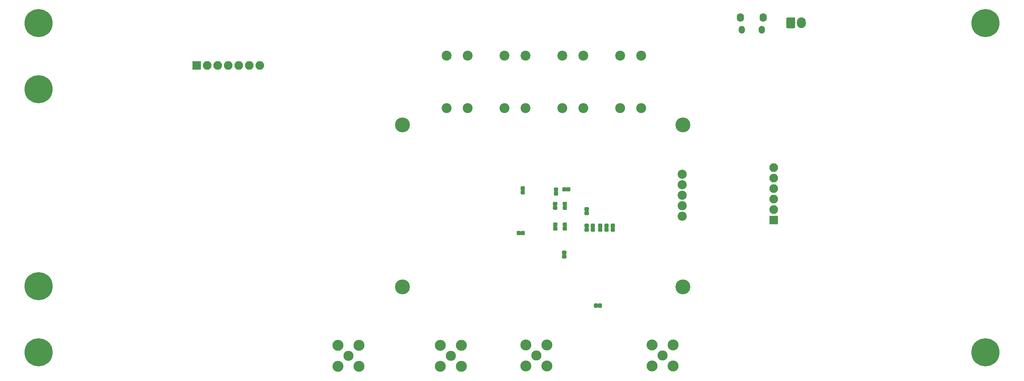
<source format=gbr>
G04 #@! TF.GenerationSoftware,KiCad,Pcbnew,(5.1.2-1)-1*
G04 #@! TF.CreationDate,2019-07-19T21:50:30+01:00*
G04 #@! TF.ProjectId,ControlModule,436f6e74-726f-46c4-9d6f-64756c652e6b,C*
G04 #@! TF.SameCoordinates,Original*
G04 #@! TF.FileFunction,Soldermask,Top*
G04 #@! TF.FilePolarity,Negative*
%FSLAX46Y46*%
G04 Gerber Fmt 4.6, Leading zero omitted, Abs format (unit mm)*
G04 Created by KiCad (PCBNEW (5.1.2-1)-1) date 2019-07-19 21:50:30*
%MOMM*%
%LPD*%
G04 APERTURE LIST*
%ADD10C,0.100000*%
%ADD11C,0.990000*%
%ADD12O,2.140000X2.600000*%
%ADD13C,2.140000*%
%ADD14O,2.100000X2.100000*%
%ADD15R,2.100000X2.100000*%
%ADD16O,1.750000X2.100000*%
%ADD17O,1.500000X1.900000*%
%ADD18C,3.600000*%
%ADD19C,2.200000*%
%ADD20C,6.800000*%
%ADD21C,2.450000*%
%ADD22C,2.650000*%
%ADD23C,2.400000*%
G04 APERTURE END LIST*
D10*
G36*
X174515359Y-98284392D02*
G01*
X174539385Y-98287956D01*
X174562945Y-98293857D01*
X174585814Y-98302040D01*
X174607771Y-98312424D01*
X174628604Y-98324911D01*
X174648112Y-98339380D01*
X174666109Y-98355691D01*
X174682420Y-98373688D01*
X174696889Y-98393196D01*
X174709376Y-98414029D01*
X174719760Y-98435986D01*
X174727943Y-98458855D01*
X174733844Y-98482415D01*
X174737408Y-98506441D01*
X174738600Y-98530700D01*
X174738600Y-99025700D01*
X174737408Y-99049959D01*
X174733844Y-99073985D01*
X174727943Y-99097545D01*
X174719760Y-99120414D01*
X174709376Y-99142371D01*
X174696889Y-99163204D01*
X174682420Y-99182712D01*
X174666109Y-99200709D01*
X174648112Y-99217020D01*
X174628604Y-99231489D01*
X174607771Y-99243976D01*
X174585814Y-99254360D01*
X174562945Y-99262543D01*
X174539385Y-99268444D01*
X174515359Y-99272008D01*
X174491100Y-99273200D01*
X173946100Y-99273200D01*
X173921841Y-99272008D01*
X173897815Y-99268444D01*
X173874255Y-99262543D01*
X173851386Y-99254360D01*
X173829429Y-99243976D01*
X173808596Y-99231489D01*
X173789088Y-99217020D01*
X173771091Y-99200709D01*
X173754780Y-99182712D01*
X173740311Y-99163204D01*
X173727824Y-99142371D01*
X173717440Y-99120414D01*
X173709257Y-99097545D01*
X173703356Y-99073985D01*
X173699792Y-99049959D01*
X173698600Y-99025700D01*
X173698600Y-98530700D01*
X173699792Y-98506441D01*
X173703356Y-98482415D01*
X173709257Y-98458855D01*
X173717440Y-98435986D01*
X173727824Y-98414029D01*
X173740311Y-98393196D01*
X173754780Y-98373688D01*
X173771091Y-98355691D01*
X173789088Y-98339380D01*
X173808596Y-98324911D01*
X173829429Y-98312424D01*
X173851386Y-98302040D01*
X173874255Y-98293857D01*
X173897815Y-98287956D01*
X173921841Y-98284392D01*
X173946100Y-98283200D01*
X174491100Y-98283200D01*
X174515359Y-98284392D01*
X174515359Y-98284392D01*
G37*
D11*
X174218600Y-98778200D03*
D10*
G36*
X174515359Y-99254392D02*
G01*
X174539385Y-99257956D01*
X174562945Y-99263857D01*
X174585814Y-99272040D01*
X174607771Y-99282424D01*
X174628604Y-99294911D01*
X174648112Y-99309380D01*
X174666109Y-99325691D01*
X174682420Y-99343688D01*
X174696889Y-99363196D01*
X174709376Y-99384029D01*
X174719760Y-99405986D01*
X174727943Y-99428855D01*
X174733844Y-99452415D01*
X174737408Y-99476441D01*
X174738600Y-99500700D01*
X174738600Y-99995700D01*
X174737408Y-100019959D01*
X174733844Y-100043985D01*
X174727943Y-100067545D01*
X174719760Y-100090414D01*
X174709376Y-100112371D01*
X174696889Y-100133204D01*
X174682420Y-100152712D01*
X174666109Y-100170709D01*
X174648112Y-100187020D01*
X174628604Y-100201489D01*
X174607771Y-100213976D01*
X174585814Y-100224360D01*
X174562945Y-100232543D01*
X174539385Y-100238444D01*
X174515359Y-100242008D01*
X174491100Y-100243200D01*
X173946100Y-100243200D01*
X173921841Y-100242008D01*
X173897815Y-100238444D01*
X173874255Y-100232543D01*
X173851386Y-100224360D01*
X173829429Y-100213976D01*
X173808596Y-100201489D01*
X173789088Y-100187020D01*
X173771091Y-100170709D01*
X173754780Y-100152712D01*
X173740311Y-100133204D01*
X173727824Y-100112371D01*
X173717440Y-100090414D01*
X173709257Y-100067545D01*
X173703356Y-100043985D01*
X173699792Y-100019959D01*
X173698600Y-99995700D01*
X173698600Y-99500700D01*
X173699792Y-99476441D01*
X173703356Y-99452415D01*
X173709257Y-99428855D01*
X173717440Y-99405986D01*
X173727824Y-99384029D01*
X173740311Y-99363196D01*
X173754780Y-99343688D01*
X173771091Y-99325691D01*
X173789088Y-99309380D01*
X173808596Y-99294911D01*
X173829429Y-99282424D01*
X173851386Y-99272040D01*
X173874255Y-99263857D01*
X173897815Y-99257956D01*
X173921841Y-99254392D01*
X173946100Y-99253200D01*
X174491100Y-99253200D01*
X174515359Y-99254392D01*
X174515359Y-99254392D01*
G37*
D11*
X174218600Y-99748200D03*
D10*
G36*
X171467359Y-98284392D02*
G01*
X171491385Y-98287956D01*
X171514945Y-98293857D01*
X171537814Y-98302040D01*
X171559771Y-98312424D01*
X171580604Y-98324911D01*
X171600112Y-98339380D01*
X171618109Y-98355691D01*
X171634420Y-98373688D01*
X171648889Y-98393196D01*
X171661376Y-98414029D01*
X171671760Y-98435986D01*
X171679943Y-98458855D01*
X171685844Y-98482415D01*
X171689408Y-98506441D01*
X171690600Y-98530700D01*
X171690600Y-99025700D01*
X171689408Y-99049959D01*
X171685844Y-99073985D01*
X171679943Y-99097545D01*
X171671760Y-99120414D01*
X171661376Y-99142371D01*
X171648889Y-99163204D01*
X171634420Y-99182712D01*
X171618109Y-99200709D01*
X171600112Y-99217020D01*
X171580604Y-99231489D01*
X171559771Y-99243976D01*
X171537814Y-99254360D01*
X171514945Y-99262543D01*
X171491385Y-99268444D01*
X171467359Y-99272008D01*
X171443100Y-99273200D01*
X170898100Y-99273200D01*
X170873841Y-99272008D01*
X170849815Y-99268444D01*
X170826255Y-99262543D01*
X170803386Y-99254360D01*
X170781429Y-99243976D01*
X170760596Y-99231489D01*
X170741088Y-99217020D01*
X170723091Y-99200709D01*
X170706780Y-99182712D01*
X170692311Y-99163204D01*
X170679824Y-99142371D01*
X170669440Y-99120414D01*
X170661257Y-99097545D01*
X170655356Y-99073985D01*
X170651792Y-99049959D01*
X170650600Y-99025700D01*
X170650600Y-98530700D01*
X170651792Y-98506441D01*
X170655356Y-98482415D01*
X170661257Y-98458855D01*
X170669440Y-98435986D01*
X170679824Y-98414029D01*
X170692311Y-98393196D01*
X170706780Y-98373688D01*
X170723091Y-98355691D01*
X170741088Y-98339380D01*
X170760596Y-98324911D01*
X170781429Y-98312424D01*
X170803386Y-98302040D01*
X170826255Y-98293857D01*
X170849815Y-98287956D01*
X170873841Y-98284392D01*
X170898100Y-98283200D01*
X171443100Y-98283200D01*
X171467359Y-98284392D01*
X171467359Y-98284392D01*
G37*
D11*
X171170600Y-98778200D03*
D10*
G36*
X171467359Y-99254392D02*
G01*
X171491385Y-99257956D01*
X171514945Y-99263857D01*
X171537814Y-99272040D01*
X171559771Y-99282424D01*
X171580604Y-99294911D01*
X171600112Y-99309380D01*
X171618109Y-99325691D01*
X171634420Y-99343688D01*
X171648889Y-99363196D01*
X171661376Y-99384029D01*
X171671760Y-99405986D01*
X171679943Y-99428855D01*
X171685844Y-99452415D01*
X171689408Y-99476441D01*
X171690600Y-99500700D01*
X171690600Y-99995700D01*
X171689408Y-100019959D01*
X171685844Y-100043985D01*
X171679943Y-100067545D01*
X171671760Y-100090414D01*
X171661376Y-100112371D01*
X171648889Y-100133204D01*
X171634420Y-100152712D01*
X171618109Y-100170709D01*
X171600112Y-100187020D01*
X171580604Y-100201489D01*
X171559771Y-100213976D01*
X171537814Y-100224360D01*
X171514945Y-100232543D01*
X171491385Y-100238444D01*
X171467359Y-100242008D01*
X171443100Y-100243200D01*
X170898100Y-100243200D01*
X170873841Y-100242008D01*
X170849815Y-100238444D01*
X170826255Y-100232543D01*
X170803386Y-100224360D01*
X170781429Y-100213976D01*
X170760596Y-100201489D01*
X170741088Y-100187020D01*
X170723091Y-100170709D01*
X170706780Y-100152712D01*
X170692311Y-100133204D01*
X170679824Y-100112371D01*
X170669440Y-100090414D01*
X170661257Y-100067545D01*
X170655356Y-100043985D01*
X170651792Y-100019959D01*
X170650600Y-99995700D01*
X170650600Y-99500700D01*
X170651792Y-99476441D01*
X170655356Y-99452415D01*
X170661257Y-99428855D01*
X170669440Y-99405986D01*
X170679824Y-99384029D01*
X170692311Y-99363196D01*
X170706780Y-99343688D01*
X170723091Y-99325691D01*
X170741088Y-99309380D01*
X170760596Y-99294911D01*
X170781429Y-99282424D01*
X170803386Y-99272040D01*
X170826255Y-99263857D01*
X170849815Y-99257956D01*
X170873841Y-99254392D01*
X170898100Y-99253200D01*
X171443100Y-99253200D01*
X171467359Y-99254392D01*
X171467359Y-99254392D01*
G37*
D11*
X171170600Y-99748200D03*
D10*
G36*
X172991359Y-98284392D02*
G01*
X173015385Y-98287956D01*
X173038945Y-98293857D01*
X173061814Y-98302040D01*
X173083771Y-98312424D01*
X173104604Y-98324911D01*
X173124112Y-98339380D01*
X173142109Y-98355691D01*
X173158420Y-98373688D01*
X173172889Y-98393196D01*
X173185376Y-98414029D01*
X173195760Y-98435986D01*
X173203943Y-98458855D01*
X173209844Y-98482415D01*
X173213408Y-98506441D01*
X173214600Y-98530700D01*
X173214600Y-99025700D01*
X173213408Y-99049959D01*
X173209844Y-99073985D01*
X173203943Y-99097545D01*
X173195760Y-99120414D01*
X173185376Y-99142371D01*
X173172889Y-99163204D01*
X173158420Y-99182712D01*
X173142109Y-99200709D01*
X173124112Y-99217020D01*
X173104604Y-99231489D01*
X173083771Y-99243976D01*
X173061814Y-99254360D01*
X173038945Y-99262543D01*
X173015385Y-99268444D01*
X172991359Y-99272008D01*
X172967100Y-99273200D01*
X172422100Y-99273200D01*
X172397841Y-99272008D01*
X172373815Y-99268444D01*
X172350255Y-99262543D01*
X172327386Y-99254360D01*
X172305429Y-99243976D01*
X172284596Y-99231489D01*
X172265088Y-99217020D01*
X172247091Y-99200709D01*
X172230780Y-99182712D01*
X172216311Y-99163204D01*
X172203824Y-99142371D01*
X172193440Y-99120414D01*
X172185257Y-99097545D01*
X172179356Y-99073985D01*
X172175792Y-99049959D01*
X172174600Y-99025700D01*
X172174600Y-98530700D01*
X172175792Y-98506441D01*
X172179356Y-98482415D01*
X172185257Y-98458855D01*
X172193440Y-98435986D01*
X172203824Y-98414029D01*
X172216311Y-98393196D01*
X172230780Y-98373688D01*
X172247091Y-98355691D01*
X172265088Y-98339380D01*
X172284596Y-98324911D01*
X172305429Y-98312424D01*
X172327386Y-98302040D01*
X172350255Y-98293857D01*
X172373815Y-98287956D01*
X172397841Y-98284392D01*
X172422100Y-98283200D01*
X172967100Y-98283200D01*
X172991359Y-98284392D01*
X172991359Y-98284392D01*
G37*
D11*
X172694600Y-98778200D03*
D10*
G36*
X172991359Y-99254392D02*
G01*
X173015385Y-99257956D01*
X173038945Y-99263857D01*
X173061814Y-99272040D01*
X173083771Y-99282424D01*
X173104604Y-99294911D01*
X173124112Y-99309380D01*
X173142109Y-99325691D01*
X173158420Y-99343688D01*
X173172889Y-99363196D01*
X173185376Y-99384029D01*
X173195760Y-99405986D01*
X173203943Y-99428855D01*
X173209844Y-99452415D01*
X173213408Y-99476441D01*
X173214600Y-99500700D01*
X173214600Y-99995700D01*
X173213408Y-100019959D01*
X173209844Y-100043985D01*
X173203943Y-100067545D01*
X173195760Y-100090414D01*
X173185376Y-100112371D01*
X173172889Y-100133204D01*
X173158420Y-100152712D01*
X173142109Y-100170709D01*
X173124112Y-100187020D01*
X173104604Y-100201489D01*
X173083771Y-100213976D01*
X173061814Y-100224360D01*
X173038945Y-100232543D01*
X173015385Y-100238444D01*
X172991359Y-100242008D01*
X172967100Y-100243200D01*
X172422100Y-100243200D01*
X172397841Y-100242008D01*
X172373815Y-100238444D01*
X172350255Y-100232543D01*
X172327386Y-100224360D01*
X172305429Y-100213976D01*
X172284596Y-100201489D01*
X172265088Y-100187020D01*
X172247091Y-100170709D01*
X172230780Y-100152712D01*
X172216311Y-100133204D01*
X172203824Y-100112371D01*
X172193440Y-100090414D01*
X172185257Y-100067545D01*
X172179356Y-100043985D01*
X172175792Y-100019959D01*
X172174600Y-99995700D01*
X172174600Y-99500700D01*
X172175792Y-99476441D01*
X172179356Y-99452415D01*
X172185257Y-99428855D01*
X172193440Y-99405986D01*
X172203824Y-99384029D01*
X172216311Y-99363196D01*
X172230780Y-99343688D01*
X172247091Y-99325691D01*
X172265088Y-99309380D01*
X172284596Y-99294911D01*
X172305429Y-99282424D01*
X172327386Y-99272040D01*
X172350255Y-99263857D01*
X172373815Y-99257956D01*
X172397841Y-99254392D01*
X172422100Y-99253200D01*
X172967100Y-99253200D01*
X172991359Y-99254392D01*
X172991359Y-99254392D01*
G37*
D11*
X172694600Y-99748200D03*
D12*
X219735400Y-49682400D03*
D10*
G36*
X217988067Y-48383881D02*
G01*
X218017914Y-48388308D01*
X218047184Y-48395640D01*
X218075594Y-48405805D01*
X218102870Y-48418706D01*
X218128751Y-48434218D01*
X218152987Y-48452192D01*
X218175344Y-48472456D01*
X218195608Y-48494813D01*
X218213582Y-48519049D01*
X218229094Y-48544930D01*
X218241995Y-48572206D01*
X218252160Y-48600616D01*
X218259492Y-48629886D01*
X218263919Y-48659733D01*
X218265400Y-48689870D01*
X218265400Y-50674930D01*
X218263919Y-50705067D01*
X218259492Y-50734914D01*
X218252160Y-50764184D01*
X218241995Y-50792594D01*
X218229094Y-50819870D01*
X218213582Y-50845751D01*
X218195608Y-50869987D01*
X218175344Y-50892344D01*
X218152987Y-50912608D01*
X218128751Y-50930582D01*
X218102870Y-50946094D01*
X218075594Y-50958995D01*
X218047184Y-50969160D01*
X218017914Y-50976492D01*
X217988067Y-50980919D01*
X217957930Y-50982400D01*
X216432870Y-50982400D01*
X216402733Y-50980919D01*
X216372886Y-50976492D01*
X216343616Y-50969160D01*
X216315206Y-50958995D01*
X216287930Y-50946094D01*
X216262049Y-50930582D01*
X216237813Y-50912608D01*
X216215456Y-50892344D01*
X216195192Y-50869987D01*
X216177218Y-50845751D01*
X216161706Y-50819870D01*
X216148805Y-50792594D01*
X216138640Y-50764184D01*
X216131308Y-50734914D01*
X216126881Y-50705067D01*
X216125400Y-50674930D01*
X216125400Y-48689870D01*
X216126881Y-48659733D01*
X216131308Y-48629886D01*
X216138640Y-48600616D01*
X216148805Y-48572206D01*
X216161706Y-48544930D01*
X216177218Y-48519049D01*
X216195192Y-48494813D01*
X216215456Y-48472456D01*
X216237813Y-48452192D01*
X216262049Y-48434218D01*
X216287930Y-48418706D01*
X216315206Y-48405805D01*
X216343616Y-48395640D01*
X216372886Y-48388308D01*
X216402733Y-48383881D01*
X216432870Y-48382400D01*
X217957930Y-48382400D01*
X217988067Y-48383881D01*
X217988067Y-48383881D01*
G37*
D13*
X217195400Y-49682400D03*
D14*
X88925400Y-59994800D03*
X86385400Y-59994800D03*
X83845400Y-59994800D03*
X81305400Y-59994800D03*
X78765400Y-59994800D03*
X76225400Y-59994800D03*
D15*
X73685400Y-59994800D03*
D16*
X210515100Y-48364200D03*
X205055100Y-48364200D03*
D17*
X210205100Y-51364200D03*
X205365100Y-51364200D03*
D18*
X123380500Y-113601500D03*
X123380500Y-74422000D03*
X191135000Y-74422000D03*
X191135000Y-113601500D03*
D19*
X191008000Y-86360000D03*
X191008000Y-88900000D03*
X191008000Y-91440000D03*
X191008000Y-93980000D03*
X191008000Y-96520000D03*
D20*
X264210800Y-129438400D03*
X264210800Y-49707800D03*
X35496500Y-49733200D03*
X35496500Y-129438400D03*
D21*
X155778200Y-130187700D03*
D22*
X158318200Y-127647700D03*
X158318200Y-132727700D03*
X153238200Y-132727700D03*
X153238200Y-127647700D03*
D20*
X35496500Y-113411000D03*
X35496500Y-65722500D03*
D14*
X213055200Y-84709000D03*
X213055200Y-87249000D03*
X213055200Y-89789000D03*
X213055200Y-92329000D03*
X213055200Y-94869000D03*
D15*
X213055200Y-97409000D03*
D22*
X183680100Y-132702300D03*
X188760100Y-132702300D03*
X188760100Y-127622300D03*
X183680100Y-127622300D03*
D21*
X186220100Y-130162300D03*
D23*
X134048500Y-70358000D03*
X134048500Y-57658000D03*
X139128500Y-70358000D03*
X139128500Y-57658000D03*
X148018500Y-70358000D03*
X148018500Y-57658000D03*
X153098500Y-70358000D03*
X153098500Y-57658000D03*
X167068500Y-57658000D03*
X167068500Y-70358000D03*
X161988500Y-57658000D03*
X161988500Y-70358000D03*
X175958500Y-70358000D03*
X175958500Y-57658000D03*
X181038500Y-70358000D03*
X181038500Y-57658000D03*
D10*
G36*
X170411259Y-117591192D02*
G01*
X170435285Y-117594756D01*
X170458845Y-117600657D01*
X170481714Y-117608840D01*
X170503671Y-117619224D01*
X170524504Y-117631711D01*
X170544012Y-117646180D01*
X170562009Y-117662491D01*
X170578320Y-117680488D01*
X170592789Y-117699996D01*
X170605276Y-117720829D01*
X170615660Y-117742786D01*
X170623843Y-117765655D01*
X170629744Y-117789215D01*
X170633308Y-117813241D01*
X170634500Y-117837500D01*
X170634500Y-118382500D01*
X170633308Y-118406759D01*
X170629744Y-118430785D01*
X170623843Y-118454345D01*
X170615660Y-118477214D01*
X170605276Y-118499171D01*
X170592789Y-118520004D01*
X170578320Y-118539512D01*
X170562009Y-118557509D01*
X170544012Y-118573820D01*
X170524504Y-118588289D01*
X170503671Y-118600776D01*
X170481714Y-118611160D01*
X170458845Y-118619343D01*
X170435285Y-118625244D01*
X170411259Y-118628808D01*
X170387000Y-118630000D01*
X169892000Y-118630000D01*
X169867741Y-118628808D01*
X169843715Y-118625244D01*
X169820155Y-118619343D01*
X169797286Y-118611160D01*
X169775329Y-118600776D01*
X169754496Y-118588289D01*
X169734988Y-118573820D01*
X169716991Y-118557509D01*
X169700680Y-118539512D01*
X169686211Y-118520004D01*
X169673724Y-118499171D01*
X169663340Y-118477214D01*
X169655157Y-118454345D01*
X169649256Y-118430785D01*
X169645692Y-118406759D01*
X169644500Y-118382500D01*
X169644500Y-117837500D01*
X169645692Y-117813241D01*
X169649256Y-117789215D01*
X169655157Y-117765655D01*
X169663340Y-117742786D01*
X169673724Y-117720829D01*
X169686211Y-117699996D01*
X169700680Y-117680488D01*
X169716991Y-117662491D01*
X169734988Y-117646180D01*
X169754496Y-117631711D01*
X169775329Y-117619224D01*
X169797286Y-117608840D01*
X169820155Y-117600657D01*
X169843715Y-117594756D01*
X169867741Y-117591192D01*
X169892000Y-117590000D01*
X170387000Y-117590000D01*
X170411259Y-117591192D01*
X170411259Y-117591192D01*
G37*
D11*
X170139500Y-118110000D03*
D10*
G36*
X171381259Y-117591192D02*
G01*
X171405285Y-117594756D01*
X171428845Y-117600657D01*
X171451714Y-117608840D01*
X171473671Y-117619224D01*
X171494504Y-117631711D01*
X171514012Y-117646180D01*
X171532009Y-117662491D01*
X171548320Y-117680488D01*
X171562789Y-117699996D01*
X171575276Y-117720829D01*
X171585660Y-117742786D01*
X171593843Y-117765655D01*
X171599744Y-117789215D01*
X171603308Y-117813241D01*
X171604500Y-117837500D01*
X171604500Y-118382500D01*
X171603308Y-118406759D01*
X171599744Y-118430785D01*
X171593843Y-118454345D01*
X171585660Y-118477214D01*
X171575276Y-118499171D01*
X171562789Y-118520004D01*
X171548320Y-118539512D01*
X171532009Y-118557509D01*
X171514012Y-118573820D01*
X171494504Y-118588289D01*
X171473671Y-118600776D01*
X171451714Y-118611160D01*
X171428845Y-118619343D01*
X171405285Y-118625244D01*
X171381259Y-118628808D01*
X171357000Y-118630000D01*
X170862000Y-118630000D01*
X170837741Y-118628808D01*
X170813715Y-118625244D01*
X170790155Y-118619343D01*
X170767286Y-118611160D01*
X170745329Y-118600776D01*
X170724496Y-118588289D01*
X170704988Y-118573820D01*
X170686991Y-118557509D01*
X170670680Y-118539512D01*
X170656211Y-118520004D01*
X170643724Y-118499171D01*
X170633340Y-118477214D01*
X170625157Y-118454345D01*
X170619256Y-118430785D01*
X170615692Y-118406759D01*
X170614500Y-118382500D01*
X170614500Y-117837500D01*
X170615692Y-117813241D01*
X170619256Y-117789215D01*
X170625157Y-117765655D01*
X170633340Y-117742786D01*
X170643724Y-117720829D01*
X170656211Y-117699996D01*
X170670680Y-117680488D01*
X170686991Y-117662491D01*
X170704988Y-117646180D01*
X170724496Y-117631711D01*
X170745329Y-117619224D01*
X170767286Y-117608840D01*
X170790155Y-117600657D01*
X170813715Y-117594756D01*
X170837741Y-117591192D01*
X170862000Y-117590000D01*
X171357000Y-117590000D01*
X171381259Y-117591192D01*
X171381259Y-117591192D01*
G37*
D11*
X171109500Y-118110000D03*
D10*
G36*
X168190759Y-95241192D02*
G01*
X168214785Y-95244756D01*
X168238345Y-95250657D01*
X168261214Y-95258840D01*
X168283171Y-95269224D01*
X168304004Y-95281711D01*
X168323512Y-95296180D01*
X168341509Y-95312491D01*
X168357820Y-95330488D01*
X168372289Y-95349996D01*
X168384776Y-95370829D01*
X168395160Y-95392786D01*
X168403343Y-95415655D01*
X168409244Y-95439215D01*
X168412808Y-95463241D01*
X168414000Y-95487500D01*
X168414000Y-95982500D01*
X168412808Y-96006759D01*
X168409244Y-96030785D01*
X168403343Y-96054345D01*
X168395160Y-96077214D01*
X168384776Y-96099171D01*
X168372289Y-96120004D01*
X168357820Y-96139512D01*
X168341509Y-96157509D01*
X168323512Y-96173820D01*
X168304004Y-96188289D01*
X168283171Y-96200776D01*
X168261214Y-96211160D01*
X168238345Y-96219343D01*
X168214785Y-96225244D01*
X168190759Y-96228808D01*
X168166500Y-96230000D01*
X167621500Y-96230000D01*
X167597241Y-96228808D01*
X167573215Y-96225244D01*
X167549655Y-96219343D01*
X167526786Y-96211160D01*
X167504829Y-96200776D01*
X167483996Y-96188289D01*
X167464488Y-96173820D01*
X167446491Y-96157509D01*
X167430180Y-96139512D01*
X167415711Y-96120004D01*
X167403224Y-96099171D01*
X167392840Y-96077214D01*
X167384657Y-96054345D01*
X167378756Y-96030785D01*
X167375192Y-96006759D01*
X167374000Y-95982500D01*
X167374000Y-95487500D01*
X167375192Y-95463241D01*
X167378756Y-95439215D01*
X167384657Y-95415655D01*
X167392840Y-95392786D01*
X167403224Y-95370829D01*
X167415711Y-95349996D01*
X167430180Y-95330488D01*
X167446491Y-95312491D01*
X167464488Y-95296180D01*
X167483996Y-95281711D01*
X167504829Y-95269224D01*
X167526786Y-95258840D01*
X167549655Y-95250657D01*
X167573215Y-95244756D01*
X167597241Y-95241192D01*
X167621500Y-95240000D01*
X168166500Y-95240000D01*
X168190759Y-95241192D01*
X168190759Y-95241192D01*
G37*
D11*
X167894000Y-95735000D03*
D10*
G36*
X168190759Y-94271192D02*
G01*
X168214785Y-94274756D01*
X168238345Y-94280657D01*
X168261214Y-94288840D01*
X168283171Y-94299224D01*
X168304004Y-94311711D01*
X168323512Y-94326180D01*
X168341509Y-94342491D01*
X168357820Y-94360488D01*
X168372289Y-94379996D01*
X168384776Y-94400829D01*
X168395160Y-94422786D01*
X168403343Y-94445655D01*
X168409244Y-94469215D01*
X168412808Y-94493241D01*
X168414000Y-94517500D01*
X168414000Y-95012500D01*
X168412808Y-95036759D01*
X168409244Y-95060785D01*
X168403343Y-95084345D01*
X168395160Y-95107214D01*
X168384776Y-95129171D01*
X168372289Y-95150004D01*
X168357820Y-95169512D01*
X168341509Y-95187509D01*
X168323512Y-95203820D01*
X168304004Y-95218289D01*
X168283171Y-95230776D01*
X168261214Y-95241160D01*
X168238345Y-95249343D01*
X168214785Y-95255244D01*
X168190759Y-95258808D01*
X168166500Y-95260000D01*
X167621500Y-95260000D01*
X167597241Y-95258808D01*
X167573215Y-95255244D01*
X167549655Y-95249343D01*
X167526786Y-95241160D01*
X167504829Y-95230776D01*
X167483996Y-95218289D01*
X167464488Y-95203820D01*
X167446491Y-95187509D01*
X167430180Y-95169512D01*
X167415711Y-95150004D01*
X167403224Y-95129171D01*
X167392840Y-95107214D01*
X167384657Y-95084345D01*
X167378756Y-95060785D01*
X167375192Y-95036759D01*
X167374000Y-95012500D01*
X167374000Y-94517500D01*
X167375192Y-94493241D01*
X167378756Y-94469215D01*
X167384657Y-94445655D01*
X167392840Y-94422786D01*
X167403224Y-94400829D01*
X167415711Y-94379996D01*
X167430180Y-94360488D01*
X167446491Y-94342491D01*
X167464488Y-94326180D01*
X167483996Y-94311711D01*
X167504829Y-94299224D01*
X167526786Y-94288840D01*
X167549655Y-94280657D01*
X167573215Y-94274756D01*
X167597241Y-94271192D01*
X167621500Y-94270000D01*
X168166500Y-94270000D01*
X168190759Y-94271192D01*
X168190759Y-94271192D01*
G37*
D11*
X167894000Y-94765000D03*
D10*
G36*
X160570759Y-93001192D02*
G01*
X160594785Y-93004756D01*
X160618345Y-93010657D01*
X160641214Y-93018840D01*
X160663171Y-93029224D01*
X160684004Y-93041711D01*
X160703512Y-93056180D01*
X160721509Y-93072491D01*
X160737820Y-93090488D01*
X160752289Y-93109996D01*
X160764776Y-93130829D01*
X160775160Y-93152786D01*
X160783343Y-93175655D01*
X160789244Y-93199215D01*
X160792808Y-93223241D01*
X160794000Y-93247500D01*
X160794000Y-93742500D01*
X160792808Y-93766759D01*
X160789244Y-93790785D01*
X160783343Y-93814345D01*
X160775160Y-93837214D01*
X160764776Y-93859171D01*
X160752289Y-93880004D01*
X160737820Y-93899512D01*
X160721509Y-93917509D01*
X160703512Y-93933820D01*
X160684004Y-93948289D01*
X160663171Y-93960776D01*
X160641214Y-93971160D01*
X160618345Y-93979343D01*
X160594785Y-93985244D01*
X160570759Y-93988808D01*
X160546500Y-93990000D01*
X160001500Y-93990000D01*
X159977241Y-93988808D01*
X159953215Y-93985244D01*
X159929655Y-93979343D01*
X159906786Y-93971160D01*
X159884829Y-93960776D01*
X159863996Y-93948289D01*
X159844488Y-93933820D01*
X159826491Y-93917509D01*
X159810180Y-93899512D01*
X159795711Y-93880004D01*
X159783224Y-93859171D01*
X159772840Y-93837214D01*
X159764657Y-93814345D01*
X159758756Y-93790785D01*
X159755192Y-93766759D01*
X159754000Y-93742500D01*
X159754000Y-93247500D01*
X159755192Y-93223241D01*
X159758756Y-93199215D01*
X159764657Y-93175655D01*
X159772840Y-93152786D01*
X159783224Y-93130829D01*
X159795711Y-93109996D01*
X159810180Y-93090488D01*
X159826491Y-93072491D01*
X159844488Y-93056180D01*
X159863996Y-93041711D01*
X159884829Y-93029224D01*
X159906786Y-93018840D01*
X159929655Y-93010657D01*
X159953215Y-93004756D01*
X159977241Y-93001192D01*
X160001500Y-93000000D01*
X160546500Y-93000000D01*
X160570759Y-93001192D01*
X160570759Y-93001192D01*
G37*
D11*
X160274000Y-93495000D03*
D10*
G36*
X160570759Y-93971192D02*
G01*
X160594785Y-93974756D01*
X160618345Y-93980657D01*
X160641214Y-93988840D01*
X160663171Y-93999224D01*
X160684004Y-94011711D01*
X160703512Y-94026180D01*
X160721509Y-94042491D01*
X160737820Y-94060488D01*
X160752289Y-94079996D01*
X160764776Y-94100829D01*
X160775160Y-94122786D01*
X160783343Y-94145655D01*
X160789244Y-94169215D01*
X160792808Y-94193241D01*
X160794000Y-94217500D01*
X160794000Y-94712500D01*
X160792808Y-94736759D01*
X160789244Y-94760785D01*
X160783343Y-94784345D01*
X160775160Y-94807214D01*
X160764776Y-94829171D01*
X160752289Y-94850004D01*
X160737820Y-94869512D01*
X160721509Y-94887509D01*
X160703512Y-94903820D01*
X160684004Y-94918289D01*
X160663171Y-94930776D01*
X160641214Y-94941160D01*
X160618345Y-94949343D01*
X160594785Y-94955244D01*
X160570759Y-94958808D01*
X160546500Y-94960000D01*
X160001500Y-94960000D01*
X159977241Y-94958808D01*
X159953215Y-94955244D01*
X159929655Y-94949343D01*
X159906786Y-94941160D01*
X159884829Y-94930776D01*
X159863996Y-94918289D01*
X159844488Y-94903820D01*
X159826491Y-94887509D01*
X159810180Y-94869512D01*
X159795711Y-94850004D01*
X159783224Y-94829171D01*
X159772840Y-94807214D01*
X159764657Y-94784345D01*
X159758756Y-94760785D01*
X159755192Y-94736759D01*
X159754000Y-94712500D01*
X159754000Y-94217500D01*
X159755192Y-94193241D01*
X159758756Y-94169215D01*
X159764657Y-94145655D01*
X159772840Y-94122786D01*
X159783224Y-94100829D01*
X159795711Y-94079996D01*
X159810180Y-94060488D01*
X159826491Y-94042491D01*
X159844488Y-94026180D01*
X159863996Y-94011711D01*
X159884829Y-93999224D01*
X159906786Y-93988840D01*
X159929655Y-93980657D01*
X159953215Y-93974756D01*
X159977241Y-93971192D01*
X160001500Y-93970000D01*
X160546500Y-93970000D01*
X160570759Y-93971192D01*
X160570759Y-93971192D01*
G37*
D11*
X160274000Y-94465000D03*
D10*
G36*
X162932959Y-93971192D02*
G01*
X162956985Y-93974756D01*
X162980545Y-93980657D01*
X163003414Y-93988840D01*
X163025371Y-93999224D01*
X163046204Y-94011711D01*
X163065712Y-94026180D01*
X163083709Y-94042491D01*
X163100020Y-94060488D01*
X163114489Y-94079996D01*
X163126976Y-94100829D01*
X163137360Y-94122786D01*
X163145543Y-94145655D01*
X163151444Y-94169215D01*
X163155008Y-94193241D01*
X163156200Y-94217500D01*
X163156200Y-94712500D01*
X163155008Y-94736759D01*
X163151444Y-94760785D01*
X163145543Y-94784345D01*
X163137360Y-94807214D01*
X163126976Y-94829171D01*
X163114489Y-94850004D01*
X163100020Y-94869512D01*
X163083709Y-94887509D01*
X163065712Y-94903820D01*
X163046204Y-94918289D01*
X163025371Y-94930776D01*
X163003414Y-94941160D01*
X162980545Y-94949343D01*
X162956985Y-94955244D01*
X162932959Y-94958808D01*
X162908700Y-94960000D01*
X162363700Y-94960000D01*
X162339441Y-94958808D01*
X162315415Y-94955244D01*
X162291855Y-94949343D01*
X162268986Y-94941160D01*
X162247029Y-94930776D01*
X162226196Y-94918289D01*
X162206688Y-94903820D01*
X162188691Y-94887509D01*
X162172380Y-94869512D01*
X162157911Y-94850004D01*
X162145424Y-94829171D01*
X162135040Y-94807214D01*
X162126857Y-94784345D01*
X162120956Y-94760785D01*
X162117392Y-94736759D01*
X162116200Y-94712500D01*
X162116200Y-94217500D01*
X162117392Y-94193241D01*
X162120956Y-94169215D01*
X162126857Y-94145655D01*
X162135040Y-94122786D01*
X162145424Y-94100829D01*
X162157911Y-94079996D01*
X162172380Y-94060488D01*
X162188691Y-94042491D01*
X162206688Y-94026180D01*
X162226196Y-94011711D01*
X162247029Y-93999224D01*
X162268986Y-93988840D01*
X162291855Y-93980657D01*
X162315415Y-93974756D01*
X162339441Y-93971192D01*
X162363700Y-93970000D01*
X162908700Y-93970000D01*
X162932959Y-93971192D01*
X162932959Y-93971192D01*
G37*
D11*
X162636200Y-94465000D03*
D10*
G36*
X162932959Y-93001192D02*
G01*
X162956985Y-93004756D01*
X162980545Y-93010657D01*
X163003414Y-93018840D01*
X163025371Y-93029224D01*
X163046204Y-93041711D01*
X163065712Y-93056180D01*
X163083709Y-93072491D01*
X163100020Y-93090488D01*
X163114489Y-93109996D01*
X163126976Y-93130829D01*
X163137360Y-93152786D01*
X163145543Y-93175655D01*
X163151444Y-93199215D01*
X163155008Y-93223241D01*
X163156200Y-93247500D01*
X163156200Y-93742500D01*
X163155008Y-93766759D01*
X163151444Y-93790785D01*
X163145543Y-93814345D01*
X163137360Y-93837214D01*
X163126976Y-93859171D01*
X163114489Y-93880004D01*
X163100020Y-93899512D01*
X163083709Y-93917509D01*
X163065712Y-93933820D01*
X163046204Y-93948289D01*
X163025371Y-93960776D01*
X163003414Y-93971160D01*
X162980545Y-93979343D01*
X162956985Y-93985244D01*
X162932959Y-93988808D01*
X162908700Y-93990000D01*
X162363700Y-93990000D01*
X162339441Y-93988808D01*
X162315415Y-93985244D01*
X162291855Y-93979343D01*
X162268986Y-93971160D01*
X162247029Y-93960776D01*
X162226196Y-93948289D01*
X162206688Y-93933820D01*
X162188691Y-93917509D01*
X162172380Y-93899512D01*
X162157911Y-93880004D01*
X162145424Y-93859171D01*
X162135040Y-93837214D01*
X162126857Y-93814345D01*
X162120956Y-93790785D01*
X162117392Y-93766759D01*
X162116200Y-93742500D01*
X162116200Y-93247500D01*
X162117392Y-93223241D01*
X162120956Y-93199215D01*
X162126857Y-93175655D01*
X162135040Y-93152786D01*
X162145424Y-93130829D01*
X162157911Y-93109996D01*
X162172380Y-93090488D01*
X162188691Y-93072491D01*
X162206688Y-93056180D01*
X162226196Y-93041711D01*
X162247029Y-93029224D01*
X162268986Y-93018840D01*
X162291855Y-93010657D01*
X162315415Y-93004756D01*
X162339441Y-93001192D01*
X162363700Y-93000000D01*
X162908700Y-93000000D01*
X162932959Y-93001192D01*
X162932959Y-93001192D01*
G37*
D11*
X162636200Y-93495000D03*
D10*
G36*
X162780559Y-105756792D02*
G01*
X162804585Y-105760356D01*
X162828145Y-105766257D01*
X162851014Y-105774440D01*
X162872971Y-105784824D01*
X162893804Y-105797311D01*
X162913312Y-105811780D01*
X162931309Y-105828091D01*
X162947620Y-105846088D01*
X162962089Y-105865596D01*
X162974576Y-105886429D01*
X162984960Y-105908386D01*
X162993143Y-105931255D01*
X162999044Y-105954815D01*
X163002608Y-105978841D01*
X163003800Y-106003100D01*
X163003800Y-106498100D01*
X163002608Y-106522359D01*
X162999044Y-106546385D01*
X162993143Y-106569945D01*
X162984960Y-106592814D01*
X162974576Y-106614771D01*
X162962089Y-106635604D01*
X162947620Y-106655112D01*
X162931309Y-106673109D01*
X162913312Y-106689420D01*
X162893804Y-106703889D01*
X162872971Y-106716376D01*
X162851014Y-106726760D01*
X162828145Y-106734943D01*
X162804585Y-106740844D01*
X162780559Y-106744408D01*
X162756300Y-106745600D01*
X162211300Y-106745600D01*
X162187041Y-106744408D01*
X162163015Y-106740844D01*
X162139455Y-106734943D01*
X162116586Y-106726760D01*
X162094629Y-106716376D01*
X162073796Y-106703889D01*
X162054288Y-106689420D01*
X162036291Y-106673109D01*
X162019980Y-106655112D01*
X162005511Y-106635604D01*
X161993024Y-106614771D01*
X161982640Y-106592814D01*
X161974457Y-106569945D01*
X161968556Y-106546385D01*
X161964992Y-106522359D01*
X161963800Y-106498100D01*
X161963800Y-106003100D01*
X161964992Y-105978841D01*
X161968556Y-105954815D01*
X161974457Y-105931255D01*
X161982640Y-105908386D01*
X161993024Y-105886429D01*
X162005511Y-105865596D01*
X162019980Y-105846088D01*
X162036291Y-105828091D01*
X162054288Y-105811780D01*
X162073796Y-105797311D01*
X162094629Y-105784824D01*
X162116586Y-105774440D01*
X162139455Y-105766257D01*
X162163015Y-105760356D01*
X162187041Y-105756792D01*
X162211300Y-105755600D01*
X162756300Y-105755600D01*
X162780559Y-105756792D01*
X162780559Y-105756792D01*
G37*
D11*
X162483800Y-106250600D03*
D10*
G36*
X162780559Y-104786792D02*
G01*
X162804585Y-104790356D01*
X162828145Y-104796257D01*
X162851014Y-104804440D01*
X162872971Y-104814824D01*
X162893804Y-104827311D01*
X162913312Y-104841780D01*
X162931309Y-104858091D01*
X162947620Y-104876088D01*
X162962089Y-104895596D01*
X162974576Y-104916429D01*
X162984960Y-104938386D01*
X162993143Y-104961255D01*
X162999044Y-104984815D01*
X163002608Y-105008841D01*
X163003800Y-105033100D01*
X163003800Y-105528100D01*
X163002608Y-105552359D01*
X162999044Y-105576385D01*
X162993143Y-105599945D01*
X162984960Y-105622814D01*
X162974576Y-105644771D01*
X162962089Y-105665604D01*
X162947620Y-105685112D01*
X162931309Y-105703109D01*
X162913312Y-105719420D01*
X162893804Y-105733889D01*
X162872971Y-105746376D01*
X162851014Y-105756760D01*
X162828145Y-105764943D01*
X162804585Y-105770844D01*
X162780559Y-105774408D01*
X162756300Y-105775600D01*
X162211300Y-105775600D01*
X162187041Y-105774408D01*
X162163015Y-105770844D01*
X162139455Y-105764943D01*
X162116586Y-105756760D01*
X162094629Y-105746376D01*
X162073796Y-105733889D01*
X162054288Y-105719420D01*
X162036291Y-105703109D01*
X162019980Y-105685112D01*
X162005511Y-105665604D01*
X161993024Y-105644771D01*
X161982640Y-105622814D01*
X161974457Y-105599945D01*
X161968556Y-105576385D01*
X161964992Y-105552359D01*
X161963800Y-105528100D01*
X161963800Y-105033100D01*
X161964992Y-105008841D01*
X161968556Y-104984815D01*
X161974457Y-104961255D01*
X161982640Y-104938386D01*
X161993024Y-104916429D01*
X162005511Y-104895596D01*
X162019980Y-104876088D01*
X162036291Y-104858091D01*
X162054288Y-104841780D01*
X162073796Y-104827311D01*
X162094629Y-104814824D01*
X162116586Y-104804440D01*
X162139455Y-104796257D01*
X162163015Y-104790356D01*
X162187041Y-104786792D01*
X162211300Y-104785600D01*
X162756300Y-104785600D01*
X162780559Y-104786792D01*
X162780559Y-104786792D01*
G37*
D11*
X162483800Y-105280600D03*
D10*
G36*
X151754959Y-100039792D02*
G01*
X151778985Y-100043356D01*
X151802545Y-100049257D01*
X151825414Y-100057440D01*
X151847371Y-100067824D01*
X151868204Y-100080311D01*
X151887712Y-100094780D01*
X151905709Y-100111091D01*
X151922020Y-100129088D01*
X151936489Y-100148596D01*
X151948976Y-100169429D01*
X151959360Y-100191386D01*
X151967543Y-100214255D01*
X151973444Y-100237815D01*
X151977008Y-100261841D01*
X151978200Y-100286100D01*
X151978200Y-100831100D01*
X151977008Y-100855359D01*
X151973444Y-100879385D01*
X151967543Y-100902945D01*
X151959360Y-100925814D01*
X151948976Y-100947771D01*
X151936489Y-100968604D01*
X151922020Y-100988112D01*
X151905709Y-101006109D01*
X151887712Y-101022420D01*
X151868204Y-101036889D01*
X151847371Y-101049376D01*
X151825414Y-101059760D01*
X151802545Y-101067943D01*
X151778985Y-101073844D01*
X151754959Y-101077408D01*
X151730700Y-101078600D01*
X151235700Y-101078600D01*
X151211441Y-101077408D01*
X151187415Y-101073844D01*
X151163855Y-101067943D01*
X151140986Y-101059760D01*
X151119029Y-101049376D01*
X151098196Y-101036889D01*
X151078688Y-101022420D01*
X151060691Y-101006109D01*
X151044380Y-100988112D01*
X151029911Y-100968604D01*
X151017424Y-100947771D01*
X151007040Y-100925814D01*
X150998857Y-100902945D01*
X150992956Y-100879385D01*
X150989392Y-100855359D01*
X150988200Y-100831100D01*
X150988200Y-100286100D01*
X150989392Y-100261841D01*
X150992956Y-100237815D01*
X150998857Y-100214255D01*
X151007040Y-100191386D01*
X151017424Y-100169429D01*
X151029911Y-100148596D01*
X151044380Y-100129088D01*
X151060691Y-100111091D01*
X151078688Y-100094780D01*
X151098196Y-100080311D01*
X151119029Y-100067824D01*
X151140986Y-100057440D01*
X151163855Y-100049257D01*
X151187415Y-100043356D01*
X151211441Y-100039792D01*
X151235700Y-100038600D01*
X151730700Y-100038600D01*
X151754959Y-100039792D01*
X151754959Y-100039792D01*
G37*
D11*
X151483200Y-100558600D03*
D10*
G36*
X152724959Y-100039792D02*
G01*
X152748985Y-100043356D01*
X152772545Y-100049257D01*
X152795414Y-100057440D01*
X152817371Y-100067824D01*
X152838204Y-100080311D01*
X152857712Y-100094780D01*
X152875709Y-100111091D01*
X152892020Y-100129088D01*
X152906489Y-100148596D01*
X152918976Y-100169429D01*
X152929360Y-100191386D01*
X152937543Y-100214255D01*
X152943444Y-100237815D01*
X152947008Y-100261841D01*
X152948200Y-100286100D01*
X152948200Y-100831100D01*
X152947008Y-100855359D01*
X152943444Y-100879385D01*
X152937543Y-100902945D01*
X152929360Y-100925814D01*
X152918976Y-100947771D01*
X152906489Y-100968604D01*
X152892020Y-100988112D01*
X152875709Y-101006109D01*
X152857712Y-101022420D01*
X152838204Y-101036889D01*
X152817371Y-101049376D01*
X152795414Y-101059760D01*
X152772545Y-101067943D01*
X152748985Y-101073844D01*
X152724959Y-101077408D01*
X152700700Y-101078600D01*
X152205700Y-101078600D01*
X152181441Y-101077408D01*
X152157415Y-101073844D01*
X152133855Y-101067943D01*
X152110986Y-101059760D01*
X152089029Y-101049376D01*
X152068196Y-101036889D01*
X152048688Y-101022420D01*
X152030691Y-101006109D01*
X152014380Y-100988112D01*
X151999911Y-100968604D01*
X151987424Y-100947771D01*
X151977040Y-100925814D01*
X151968857Y-100902945D01*
X151962956Y-100879385D01*
X151959392Y-100855359D01*
X151958200Y-100831100D01*
X151958200Y-100286100D01*
X151959392Y-100261841D01*
X151962956Y-100237815D01*
X151968857Y-100214255D01*
X151977040Y-100191386D01*
X151987424Y-100169429D01*
X151999911Y-100148596D01*
X152014380Y-100129088D01*
X152030691Y-100111091D01*
X152048688Y-100094780D01*
X152068196Y-100080311D01*
X152089029Y-100067824D01*
X152110986Y-100057440D01*
X152133855Y-100049257D01*
X152157415Y-100043356D01*
X152181441Y-100039792D01*
X152205700Y-100038600D01*
X152700700Y-100038600D01*
X152724959Y-100039792D01*
X152724959Y-100039792D01*
G37*
D11*
X152453200Y-100558600D03*
D10*
G36*
X152772959Y-89239592D02*
G01*
X152796985Y-89243156D01*
X152820545Y-89249057D01*
X152843414Y-89257240D01*
X152865371Y-89267624D01*
X152886204Y-89280111D01*
X152905712Y-89294580D01*
X152923709Y-89310891D01*
X152940020Y-89328888D01*
X152954489Y-89348396D01*
X152966976Y-89369229D01*
X152977360Y-89391186D01*
X152985543Y-89414055D01*
X152991444Y-89437615D01*
X152995008Y-89461641D01*
X152996200Y-89485900D01*
X152996200Y-89980900D01*
X152995008Y-90005159D01*
X152991444Y-90029185D01*
X152985543Y-90052745D01*
X152977360Y-90075614D01*
X152966976Y-90097571D01*
X152954489Y-90118404D01*
X152940020Y-90137912D01*
X152923709Y-90155909D01*
X152905712Y-90172220D01*
X152886204Y-90186689D01*
X152865371Y-90199176D01*
X152843414Y-90209560D01*
X152820545Y-90217743D01*
X152796985Y-90223644D01*
X152772959Y-90227208D01*
X152748700Y-90228400D01*
X152203700Y-90228400D01*
X152179441Y-90227208D01*
X152155415Y-90223644D01*
X152131855Y-90217743D01*
X152108986Y-90209560D01*
X152087029Y-90199176D01*
X152066196Y-90186689D01*
X152046688Y-90172220D01*
X152028691Y-90155909D01*
X152012380Y-90137912D01*
X151997911Y-90118404D01*
X151985424Y-90097571D01*
X151975040Y-90075614D01*
X151966857Y-90052745D01*
X151960956Y-90029185D01*
X151957392Y-90005159D01*
X151956200Y-89980900D01*
X151956200Y-89485900D01*
X151957392Y-89461641D01*
X151960956Y-89437615D01*
X151966857Y-89414055D01*
X151975040Y-89391186D01*
X151985424Y-89369229D01*
X151997911Y-89348396D01*
X152012380Y-89328888D01*
X152028691Y-89310891D01*
X152046688Y-89294580D01*
X152066196Y-89280111D01*
X152087029Y-89267624D01*
X152108986Y-89257240D01*
X152131855Y-89249057D01*
X152155415Y-89243156D01*
X152179441Y-89239592D01*
X152203700Y-89238400D01*
X152748700Y-89238400D01*
X152772959Y-89239592D01*
X152772959Y-89239592D01*
G37*
D11*
X152476200Y-89733400D03*
D10*
G36*
X152772959Y-90209592D02*
G01*
X152796985Y-90213156D01*
X152820545Y-90219057D01*
X152843414Y-90227240D01*
X152865371Y-90237624D01*
X152886204Y-90250111D01*
X152905712Y-90264580D01*
X152923709Y-90280891D01*
X152940020Y-90298888D01*
X152954489Y-90318396D01*
X152966976Y-90339229D01*
X152977360Y-90361186D01*
X152985543Y-90384055D01*
X152991444Y-90407615D01*
X152995008Y-90431641D01*
X152996200Y-90455900D01*
X152996200Y-90950900D01*
X152995008Y-90975159D01*
X152991444Y-90999185D01*
X152985543Y-91022745D01*
X152977360Y-91045614D01*
X152966976Y-91067571D01*
X152954489Y-91088404D01*
X152940020Y-91107912D01*
X152923709Y-91125909D01*
X152905712Y-91142220D01*
X152886204Y-91156689D01*
X152865371Y-91169176D01*
X152843414Y-91179560D01*
X152820545Y-91187743D01*
X152796985Y-91193644D01*
X152772959Y-91197208D01*
X152748700Y-91198400D01*
X152203700Y-91198400D01*
X152179441Y-91197208D01*
X152155415Y-91193644D01*
X152131855Y-91187743D01*
X152108986Y-91179560D01*
X152087029Y-91169176D01*
X152066196Y-91156689D01*
X152046688Y-91142220D01*
X152028691Y-91125909D01*
X152012380Y-91107912D01*
X151997911Y-91088404D01*
X151985424Y-91067571D01*
X151975040Y-91045614D01*
X151966857Y-91022745D01*
X151960956Y-90999185D01*
X151957392Y-90975159D01*
X151956200Y-90950900D01*
X151956200Y-90455900D01*
X151957392Y-90431641D01*
X151960956Y-90407615D01*
X151966857Y-90384055D01*
X151975040Y-90361186D01*
X151985424Y-90339229D01*
X151997911Y-90318396D01*
X152012380Y-90298888D01*
X152028691Y-90280891D01*
X152046688Y-90264580D01*
X152066196Y-90250111D01*
X152087029Y-90237624D01*
X152108986Y-90227240D01*
X152131855Y-90219057D01*
X152155415Y-90213156D01*
X152179441Y-90209592D01*
X152203700Y-90208400D01*
X152748700Y-90208400D01*
X152772959Y-90209592D01*
X152772959Y-90209592D01*
G37*
D11*
X152476200Y-90703400D03*
D10*
G36*
X163748559Y-89473392D02*
G01*
X163772585Y-89476956D01*
X163796145Y-89482857D01*
X163819014Y-89491040D01*
X163840971Y-89501424D01*
X163861804Y-89513911D01*
X163881312Y-89528380D01*
X163899309Y-89544691D01*
X163915620Y-89562688D01*
X163930089Y-89582196D01*
X163942576Y-89603029D01*
X163952960Y-89624986D01*
X163961143Y-89647855D01*
X163967044Y-89671415D01*
X163970608Y-89695441D01*
X163971800Y-89719700D01*
X163971800Y-90264700D01*
X163970608Y-90288959D01*
X163967044Y-90312985D01*
X163961143Y-90336545D01*
X163952960Y-90359414D01*
X163942576Y-90381371D01*
X163930089Y-90402204D01*
X163915620Y-90421712D01*
X163899309Y-90439709D01*
X163881312Y-90456020D01*
X163861804Y-90470489D01*
X163840971Y-90482976D01*
X163819014Y-90493360D01*
X163796145Y-90501543D01*
X163772585Y-90507444D01*
X163748559Y-90511008D01*
X163724300Y-90512200D01*
X163229300Y-90512200D01*
X163205041Y-90511008D01*
X163181015Y-90507444D01*
X163157455Y-90501543D01*
X163134586Y-90493360D01*
X163112629Y-90482976D01*
X163091796Y-90470489D01*
X163072288Y-90456020D01*
X163054291Y-90439709D01*
X163037980Y-90421712D01*
X163023511Y-90402204D01*
X163011024Y-90381371D01*
X163000640Y-90359414D01*
X162992457Y-90336545D01*
X162986556Y-90312985D01*
X162982992Y-90288959D01*
X162981800Y-90264700D01*
X162981800Y-89719700D01*
X162982992Y-89695441D01*
X162986556Y-89671415D01*
X162992457Y-89647855D01*
X163000640Y-89624986D01*
X163011024Y-89603029D01*
X163023511Y-89582196D01*
X163037980Y-89562688D01*
X163054291Y-89544691D01*
X163072288Y-89528380D01*
X163091796Y-89513911D01*
X163112629Y-89501424D01*
X163134586Y-89491040D01*
X163157455Y-89482857D01*
X163181015Y-89476956D01*
X163205041Y-89473392D01*
X163229300Y-89472200D01*
X163724300Y-89472200D01*
X163748559Y-89473392D01*
X163748559Y-89473392D01*
G37*
D11*
X163476800Y-89992200D03*
D10*
G36*
X162778559Y-89473392D02*
G01*
X162802585Y-89476956D01*
X162826145Y-89482857D01*
X162849014Y-89491040D01*
X162870971Y-89501424D01*
X162891804Y-89513911D01*
X162911312Y-89528380D01*
X162929309Y-89544691D01*
X162945620Y-89562688D01*
X162960089Y-89582196D01*
X162972576Y-89603029D01*
X162982960Y-89624986D01*
X162991143Y-89647855D01*
X162997044Y-89671415D01*
X163000608Y-89695441D01*
X163001800Y-89719700D01*
X163001800Y-90264700D01*
X163000608Y-90288959D01*
X162997044Y-90312985D01*
X162991143Y-90336545D01*
X162982960Y-90359414D01*
X162972576Y-90381371D01*
X162960089Y-90402204D01*
X162945620Y-90421712D01*
X162929309Y-90439709D01*
X162911312Y-90456020D01*
X162891804Y-90470489D01*
X162870971Y-90482976D01*
X162849014Y-90493360D01*
X162826145Y-90501543D01*
X162802585Y-90507444D01*
X162778559Y-90511008D01*
X162754300Y-90512200D01*
X162259300Y-90512200D01*
X162235041Y-90511008D01*
X162211015Y-90507444D01*
X162187455Y-90501543D01*
X162164586Y-90493360D01*
X162142629Y-90482976D01*
X162121796Y-90470489D01*
X162102288Y-90456020D01*
X162084291Y-90439709D01*
X162067980Y-90421712D01*
X162053511Y-90402204D01*
X162041024Y-90381371D01*
X162030640Y-90359414D01*
X162022457Y-90336545D01*
X162016556Y-90312985D01*
X162012992Y-90288959D01*
X162011800Y-90264700D01*
X162011800Y-89719700D01*
X162012992Y-89695441D01*
X162016556Y-89671415D01*
X162022457Y-89647855D01*
X162030640Y-89624986D01*
X162041024Y-89603029D01*
X162053511Y-89582196D01*
X162067980Y-89562688D01*
X162084291Y-89544691D01*
X162102288Y-89528380D01*
X162121796Y-89513911D01*
X162142629Y-89501424D01*
X162164586Y-89491040D01*
X162187455Y-89482857D01*
X162211015Y-89476956D01*
X162235041Y-89473392D01*
X162259300Y-89472200D01*
X162754300Y-89472200D01*
X162778559Y-89473392D01*
X162778559Y-89473392D01*
G37*
D11*
X162506800Y-89992200D03*
D10*
G36*
X168190759Y-99254392D02*
G01*
X168214785Y-99257956D01*
X168238345Y-99263857D01*
X168261214Y-99272040D01*
X168283171Y-99282424D01*
X168304004Y-99294911D01*
X168323512Y-99309380D01*
X168341509Y-99325691D01*
X168357820Y-99343688D01*
X168372289Y-99363196D01*
X168384776Y-99384029D01*
X168395160Y-99405986D01*
X168403343Y-99428855D01*
X168409244Y-99452415D01*
X168412808Y-99476441D01*
X168414000Y-99500700D01*
X168414000Y-99995700D01*
X168412808Y-100019959D01*
X168409244Y-100043985D01*
X168403343Y-100067545D01*
X168395160Y-100090414D01*
X168384776Y-100112371D01*
X168372289Y-100133204D01*
X168357820Y-100152712D01*
X168341509Y-100170709D01*
X168323512Y-100187020D01*
X168304004Y-100201489D01*
X168283171Y-100213976D01*
X168261214Y-100224360D01*
X168238345Y-100232543D01*
X168214785Y-100238444D01*
X168190759Y-100242008D01*
X168166500Y-100243200D01*
X167621500Y-100243200D01*
X167597241Y-100242008D01*
X167573215Y-100238444D01*
X167549655Y-100232543D01*
X167526786Y-100224360D01*
X167504829Y-100213976D01*
X167483996Y-100201489D01*
X167464488Y-100187020D01*
X167446491Y-100170709D01*
X167430180Y-100152712D01*
X167415711Y-100133204D01*
X167403224Y-100112371D01*
X167392840Y-100090414D01*
X167384657Y-100067545D01*
X167378756Y-100043985D01*
X167375192Y-100019959D01*
X167374000Y-99995700D01*
X167374000Y-99500700D01*
X167375192Y-99476441D01*
X167378756Y-99452415D01*
X167384657Y-99428855D01*
X167392840Y-99405986D01*
X167403224Y-99384029D01*
X167415711Y-99363196D01*
X167430180Y-99343688D01*
X167446491Y-99325691D01*
X167464488Y-99309380D01*
X167483996Y-99294911D01*
X167504829Y-99282424D01*
X167526786Y-99272040D01*
X167549655Y-99263857D01*
X167573215Y-99257956D01*
X167597241Y-99254392D01*
X167621500Y-99253200D01*
X168166500Y-99253200D01*
X168190759Y-99254392D01*
X168190759Y-99254392D01*
G37*
D11*
X167894000Y-99748200D03*
D10*
G36*
X168190759Y-98284392D02*
G01*
X168214785Y-98287956D01*
X168238345Y-98293857D01*
X168261214Y-98302040D01*
X168283171Y-98312424D01*
X168304004Y-98324911D01*
X168323512Y-98339380D01*
X168341509Y-98355691D01*
X168357820Y-98373688D01*
X168372289Y-98393196D01*
X168384776Y-98414029D01*
X168395160Y-98435986D01*
X168403343Y-98458855D01*
X168409244Y-98482415D01*
X168412808Y-98506441D01*
X168414000Y-98530700D01*
X168414000Y-99025700D01*
X168412808Y-99049959D01*
X168409244Y-99073985D01*
X168403343Y-99097545D01*
X168395160Y-99120414D01*
X168384776Y-99142371D01*
X168372289Y-99163204D01*
X168357820Y-99182712D01*
X168341509Y-99200709D01*
X168323512Y-99217020D01*
X168304004Y-99231489D01*
X168283171Y-99243976D01*
X168261214Y-99254360D01*
X168238345Y-99262543D01*
X168214785Y-99268444D01*
X168190759Y-99272008D01*
X168166500Y-99273200D01*
X167621500Y-99273200D01*
X167597241Y-99272008D01*
X167573215Y-99268444D01*
X167549655Y-99262543D01*
X167526786Y-99254360D01*
X167504829Y-99243976D01*
X167483996Y-99231489D01*
X167464488Y-99217020D01*
X167446491Y-99200709D01*
X167430180Y-99182712D01*
X167415711Y-99163204D01*
X167403224Y-99142371D01*
X167392840Y-99120414D01*
X167384657Y-99097545D01*
X167378756Y-99073985D01*
X167375192Y-99049959D01*
X167374000Y-99025700D01*
X167374000Y-98530700D01*
X167375192Y-98506441D01*
X167378756Y-98482415D01*
X167384657Y-98458855D01*
X167392840Y-98435986D01*
X167403224Y-98414029D01*
X167415711Y-98393196D01*
X167430180Y-98373688D01*
X167446491Y-98355691D01*
X167464488Y-98339380D01*
X167483996Y-98324911D01*
X167504829Y-98312424D01*
X167526786Y-98302040D01*
X167549655Y-98293857D01*
X167573215Y-98287956D01*
X167597241Y-98284392D01*
X167621500Y-98283200D01*
X168166500Y-98283200D01*
X168190759Y-98284392D01*
X168190759Y-98284392D01*
G37*
D11*
X167894000Y-98778200D03*
D10*
G36*
X169689359Y-98284392D02*
G01*
X169713385Y-98287956D01*
X169736945Y-98293857D01*
X169759814Y-98302040D01*
X169781771Y-98312424D01*
X169802604Y-98324911D01*
X169822112Y-98339380D01*
X169840109Y-98355691D01*
X169856420Y-98373688D01*
X169870889Y-98393196D01*
X169883376Y-98414029D01*
X169893760Y-98435986D01*
X169901943Y-98458855D01*
X169907844Y-98482415D01*
X169911408Y-98506441D01*
X169912600Y-98530700D01*
X169912600Y-99025700D01*
X169911408Y-99049959D01*
X169907844Y-99073985D01*
X169901943Y-99097545D01*
X169893760Y-99120414D01*
X169883376Y-99142371D01*
X169870889Y-99163204D01*
X169856420Y-99182712D01*
X169840109Y-99200709D01*
X169822112Y-99217020D01*
X169802604Y-99231489D01*
X169781771Y-99243976D01*
X169759814Y-99254360D01*
X169736945Y-99262543D01*
X169713385Y-99268444D01*
X169689359Y-99272008D01*
X169665100Y-99273200D01*
X169120100Y-99273200D01*
X169095841Y-99272008D01*
X169071815Y-99268444D01*
X169048255Y-99262543D01*
X169025386Y-99254360D01*
X169003429Y-99243976D01*
X168982596Y-99231489D01*
X168963088Y-99217020D01*
X168945091Y-99200709D01*
X168928780Y-99182712D01*
X168914311Y-99163204D01*
X168901824Y-99142371D01*
X168891440Y-99120414D01*
X168883257Y-99097545D01*
X168877356Y-99073985D01*
X168873792Y-99049959D01*
X168872600Y-99025700D01*
X168872600Y-98530700D01*
X168873792Y-98506441D01*
X168877356Y-98482415D01*
X168883257Y-98458855D01*
X168891440Y-98435986D01*
X168901824Y-98414029D01*
X168914311Y-98393196D01*
X168928780Y-98373688D01*
X168945091Y-98355691D01*
X168963088Y-98339380D01*
X168982596Y-98324911D01*
X169003429Y-98312424D01*
X169025386Y-98302040D01*
X169048255Y-98293857D01*
X169071815Y-98287956D01*
X169095841Y-98284392D01*
X169120100Y-98283200D01*
X169665100Y-98283200D01*
X169689359Y-98284392D01*
X169689359Y-98284392D01*
G37*
D11*
X169392600Y-98778200D03*
D10*
G36*
X169689359Y-99254392D02*
G01*
X169713385Y-99257956D01*
X169736945Y-99263857D01*
X169759814Y-99272040D01*
X169781771Y-99282424D01*
X169802604Y-99294911D01*
X169822112Y-99309380D01*
X169840109Y-99325691D01*
X169856420Y-99343688D01*
X169870889Y-99363196D01*
X169883376Y-99384029D01*
X169893760Y-99405986D01*
X169901943Y-99428855D01*
X169907844Y-99452415D01*
X169911408Y-99476441D01*
X169912600Y-99500700D01*
X169912600Y-99995700D01*
X169911408Y-100019959D01*
X169907844Y-100043985D01*
X169901943Y-100067545D01*
X169893760Y-100090414D01*
X169883376Y-100112371D01*
X169870889Y-100133204D01*
X169856420Y-100152712D01*
X169840109Y-100170709D01*
X169822112Y-100187020D01*
X169802604Y-100201489D01*
X169781771Y-100213976D01*
X169759814Y-100224360D01*
X169736945Y-100232543D01*
X169713385Y-100238444D01*
X169689359Y-100242008D01*
X169665100Y-100243200D01*
X169120100Y-100243200D01*
X169095841Y-100242008D01*
X169071815Y-100238444D01*
X169048255Y-100232543D01*
X169025386Y-100224360D01*
X169003429Y-100213976D01*
X168982596Y-100201489D01*
X168963088Y-100187020D01*
X168945091Y-100170709D01*
X168928780Y-100152712D01*
X168914311Y-100133204D01*
X168901824Y-100112371D01*
X168891440Y-100090414D01*
X168883257Y-100067545D01*
X168877356Y-100043985D01*
X168873792Y-100019959D01*
X168872600Y-99995700D01*
X168872600Y-99500700D01*
X168873792Y-99476441D01*
X168877356Y-99452415D01*
X168883257Y-99428855D01*
X168891440Y-99405986D01*
X168901824Y-99384029D01*
X168914311Y-99363196D01*
X168928780Y-99343688D01*
X168945091Y-99325691D01*
X168963088Y-99309380D01*
X168982596Y-99294911D01*
X169003429Y-99282424D01*
X169025386Y-99272040D01*
X169048255Y-99263857D01*
X169071815Y-99257956D01*
X169095841Y-99254392D01*
X169120100Y-99253200D01*
X169665100Y-99253200D01*
X169689359Y-99254392D01*
X169689359Y-99254392D01*
G37*
D11*
X169392600Y-99748200D03*
D21*
X135077200Y-130302000D03*
D22*
X137617200Y-127762000D03*
X137617200Y-132842000D03*
X132537200Y-132842000D03*
X132537200Y-127762000D03*
X107848400Y-127762000D03*
X107848400Y-132842000D03*
X112928400Y-132842000D03*
X112928400Y-127762000D03*
D21*
X110388400Y-130302000D03*
D10*
G36*
X162932959Y-98974992D02*
G01*
X162956985Y-98978556D01*
X162980545Y-98984457D01*
X163003414Y-98992640D01*
X163025371Y-99003024D01*
X163046204Y-99015511D01*
X163065712Y-99029980D01*
X163083709Y-99046291D01*
X163100020Y-99064288D01*
X163114489Y-99083796D01*
X163126976Y-99104629D01*
X163137360Y-99126586D01*
X163145543Y-99149455D01*
X163151444Y-99173015D01*
X163155008Y-99197041D01*
X163156200Y-99221300D01*
X163156200Y-99716300D01*
X163155008Y-99740559D01*
X163151444Y-99764585D01*
X163145543Y-99788145D01*
X163137360Y-99811014D01*
X163126976Y-99832971D01*
X163114489Y-99853804D01*
X163100020Y-99873312D01*
X163083709Y-99891309D01*
X163065712Y-99907620D01*
X163046204Y-99922089D01*
X163025371Y-99934576D01*
X163003414Y-99944960D01*
X162980545Y-99953143D01*
X162956985Y-99959044D01*
X162932959Y-99962608D01*
X162908700Y-99963800D01*
X162363700Y-99963800D01*
X162339441Y-99962608D01*
X162315415Y-99959044D01*
X162291855Y-99953143D01*
X162268986Y-99944960D01*
X162247029Y-99934576D01*
X162226196Y-99922089D01*
X162206688Y-99907620D01*
X162188691Y-99891309D01*
X162172380Y-99873312D01*
X162157911Y-99853804D01*
X162145424Y-99832971D01*
X162135040Y-99811014D01*
X162126857Y-99788145D01*
X162120956Y-99764585D01*
X162117392Y-99740559D01*
X162116200Y-99716300D01*
X162116200Y-99221300D01*
X162117392Y-99197041D01*
X162120956Y-99173015D01*
X162126857Y-99149455D01*
X162135040Y-99126586D01*
X162145424Y-99104629D01*
X162157911Y-99083796D01*
X162172380Y-99064288D01*
X162188691Y-99046291D01*
X162206688Y-99029980D01*
X162226196Y-99015511D01*
X162247029Y-99003024D01*
X162268986Y-98992640D01*
X162291855Y-98984457D01*
X162315415Y-98978556D01*
X162339441Y-98974992D01*
X162363700Y-98973800D01*
X162908700Y-98973800D01*
X162932959Y-98974992D01*
X162932959Y-98974992D01*
G37*
D11*
X162636200Y-99468800D03*
D10*
G36*
X162932959Y-98004992D02*
G01*
X162956985Y-98008556D01*
X162980545Y-98014457D01*
X163003414Y-98022640D01*
X163025371Y-98033024D01*
X163046204Y-98045511D01*
X163065712Y-98059980D01*
X163083709Y-98076291D01*
X163100020Y-98094288D01*
X163114489Y-98113796D01*
X163126976Y-98134629D01*
X163137360Y-98156586D01*
X163145543Y-98179455D01*
X163151444Y-98203015D01*
X163155008Y-98227041D01*
X163156200Y-98251300D01*
X163156200Y-98746300D01*
X163155008Y-98770559D01*
X163151444Y-98794585D01*
X163145543Y-98818145D01*
X163137360Y-98841014D01*
X163126976Y-98862971D01*
X163114489Y-98883804D01*
X163100020Y-98903312D01*
X163083709Y-98921309D01*
X163065712Y-98937620D01*
X163046204Y-98952089D01*
X163025371Y-98964576D01*
X163003414Y-98974960D01*
X162980545Y-98983143D01*
X162956985Y-98989044D01*
X162932959Y-98992608D01*
X162908700Y-98993800D01*
X162363700Y-98993800D01*
X162339441Y-98992608D01*
X162315415Y-98989044D01*
X162291855Y-98983143D01*
X162268986Y-98974960D01*
X162247029Y-98964576D01*
X162226196Y-98952089D01*
X162206688Y-98937620D01*
X162188691Y-98921309D01*
X162172380Y-98903312D01*
X162157911Y-98883804D01*
X162145424Y-98862971D01*
X162135040Y-98841014D01*
X162126857Y-98818145D01*
X162120956Y-98794585D01*
X162117392Y-98770559D01*
X162116200Y-98746300D01*
X162116200Y-98251300D01*
X162117392Y-98227041D01*
X162120956Y-98203015D01*
X162126857Y-98179455D01*
X162135040Y-98156586D01*
X162145424Y-98134629D01*
X162157911Y-98113796D01*
X162172380Y-98094288D01*
X162188691Y-98076291D01*
X162206688Y-98059980D01*
X162226196Y-98045511D01*
X162247029Y-98033024D01*
X162268986Y-98022640D01*
X162291855Y-98014457D01*
X162315415Y-98008556D01*
X162339441Y-98004992D01*
X162363700Y-98003800D01*
X162908700Y-98003800D01*
X162932959Y-98004992D01*
X162932959Y-98004992D01*
G37*
D11*
X162636200Y-98498800D03*
D10*
G36*
X160596159Y-98004992D02*
G01*
X160620185Y-98008556D01*
X160643745Y-98014457D01*
X160666614Y-98022640D01*
X160688571Y-98033024D01*
X160709404Y-98045511D01*
X160728912Y-98059980D01*
X160746909Y-98076291D01*
X160763220Y-98094288D01*
X160777689Y-98113796D01*
X160790176Y-98134629D01*
X160800560Y-98156586D01*
X160808743Y-98179455D01*
X160814644Y-98203015D01*
X160818208Y-98227041D01*
X160819400Y-98251300D01*
X160819400Y-98746300D01*
X160818208Y-98770559D01*
X160814644Y-98794585D01*
X160808743Y-98818145D01*
X160800560Y-98841014D01*
X160790176Y-98862971D01*
X160777689Y-98883804D01*
X160763220Y-98903312D01*
X160746909Y-98921309D01*
X160728912Y-98937620D01*
X160709404Y-98952089D01*
X160688571Y-98964576D01*
X160666614Y-98974960D01*
X160643745Y-98983143D01*
X160620185Y-98989044D01*
X160596159Y-98992608D01*
X160571900Y-98993800D01*
X160026900Y-98993800D01*
X160002641Y-98992608D01*
X159978615Y-98989044D01*
X159955055Y-98983143D01*
X159932186Y-98974960D01*
X159910229Y-98964576D01*
X159889396Y-98952089D01*
X159869888Y-98937620D01*
X159851891Y-98921309D01*
X159835580Y-98903312D01*
X159821111Y-98883804D01*
X159808624Y-98862971D01*
X159798240Y-98841014D01*
X159790057Y-98818145D01*
X159784156Y-98794585D01*
X159780592Y-98770559D01*
X159779400Y-98746300D01*
X159779400Y-98251300D01*
X159780592Y-98227041D01*
X159784156Y-98203015D01*
X159790057Y-98179455D01*
X159798240Y-98156586D01*
X159808624Y-98134629D01*
X159821111Y-98113796D01*
X159835580Y-98094288D01*
X159851891Y-98076291D01*
X159869888Y-98059980D01*
X159889396Y-98045511D01*
X159910229Y-98033024D01*
X159932186Y-98022640D01*
X159955055Y-98014457D01*
X159978615Y-98008556D01*
X160002641Y-98004992D01*
X160026900Y-98003800D01*
X160571900Y-98003800D01*
X160596159Y-98004992D01*
X160596159Y-98004992D01*
G37*
D11*
X160299400Y-98498800D03*
D10*
G36*
X160596159Y-98974992D02*
G01*
X160620185Y-98978556D01*
X160643745Y-98984457D01*
X160666614Y-98992640D01*
X160688571Y-99003024D01*
X160709404Y-99015511D01*
X160728912Y-99029980D01*
X160746909Y-99046291D01*
X160763220Y-99064288D01*
X160777689Y-99083796D01*
X160790176Y-99104629D01*
X160800560Y-99126586D01*
X160808743Y-99149455D01*
X160814644Y-99173015D01*
X160818208Y-99197041D01*
X160819400Y-99221300D01*
X160819400Y-99716300D01*
X160818208Y-99740559D01*
X160814644Y-99764585D01*
X160808743Y-99788145D01*
X160800560Y-99811014D01*
X160790176Y-99832971D01*
X160777689Y-99853804D01*
X160763220Y-99873312D01*
X160746909Y-99891309D01*
X160728912Y-99907620D01*
X160709404Y-99922089D01*
X160688571Y-99934576D01*
X160666614Y-99944960D01*
X160643745Y-99953143D01*
X160620185Y-99959044D01*
X160596159Y-99962608D01*
X160571900Y-99963800D01*
X160026900Y-99963800D01*
X160002641Y-99962608D01*
X159978615Y-99959044D01*
X159955055Y-99953143D01*
X159932186Y-99944960D01*
X159910229Y-99934576D01*
X159889396Y-99922089D01*
X159869888Y-99907620D01*
X159851891Y-99891309D01*
X159835580Y-99873312D01*
X159821111Y-99853804D01*
X159808624Y-99832971D01*
X159798240Y-99811014D01*
X159790057Y-99788145D01*
X159784156Y-99764585D01*
X159780592Y-99740559D01*
X159779400Y-99716300D01*
X159779400Y-99221300D01*
X159780592Y-99197041D01*
X159784156Y-99173015D01*
X159790057Y-99149455D01*
X159798240Y-99126586D01*
X159808624Y-99104629D01*
X159821111Y-99083796D01*
X159835580Y-99064288D01*
X159851891Y-99046291D01*
X159869888Y-99029980D01*
X159889396Y-99015511D01*
X159910229Y-99003024D01*
X159932186Y-98992640D01*
X159955055Y-98984457D01*
X159978615Y-98978556D01*
X160002641Y-98974992D01*
X160026900Y-98973800D01*
X160571900Y-98973800D01*
X160596159Y-98974992D01*
X160596159Y-98974992D01*
G37*
D11*
X160299400Y-99468800D03*
D10*
G36*
X160773959Y-89521392D02*
G01*
X160797985Y-89524956D01*
X160821545Y-89530857D01*
X160844414Y-89539040D01*
X160866371Y-89549424D01*
X160887204Y-89561911D01*
X160906712Y-89576380D01*
X160924709Y-89592691D01*
X160941020Y-89610688D01*
X160955489Y-89630196D01*
X160967976Y-89651029D01*
X160978360Y-89672986D01*
X160986543Y-89695855D01*
X160992444Y-89719415D01*
X160996008Y-89743441D01*
X160997200Y-89767700D01*
X160997200Y-90262700D01*
X160996008Y-90286959D01*
X160992444Y-90310985D01*
X160986543Y-90334545D01*
X160978360Y-90357414D01*
X160967976Y-90379371D01*
X160955489Y-90400204D01*
X160941020Y-90419712D01*
X160924709Y-90437709D01*
X160906712Y-90454020D01*
X160887204Y-90468489D01*
X160866371Y-90480976D01*
X160844414Y-90491360D01*
X160821545Y-90499543D01*
X160797985Y-90505444D01*
X160773959Y-90509008D01*
X160749700Y-90510200D01*
X160204700Y-90510200D01*
X160180441Y-90509008D01*
X160156415Y-90505444D01*
X160132855Y-90499543D01*
X160109986Y-90491360D01*
X160088029Y-90480976D01*
X160067196Y-90468489D01*
X160047688Y-90454020D01*
X160029691Y-90437709D01*
X160013380Y-90419712D01*
X159998911Y-90400204D01*
X159986424Y-90379371D01*
X159976040Y-90357414D01*
X159967857Y-90334545D01*
X159961956Y-90310985D01*
X159958392Y-90286959D01*
X159957200Y-90262700D01*
X159957200Y-89767700D01*
X159958392Y-89743441D01*
X159961956Y-89719415D01*
X159967857Y-89695855D01*
X159976040Y-89672986D01*
X159986424Y-89651029D01*
X159998911Y-89630196D01*
X160013380Y-89610688D01*
X160029691Y-89592691D01*
X160047688Y-89576380D01*
X160067196Y-89561911D01*
X160088029Y-89549424D01*
X160109986Y-89539040D01*
X160132855Y-89530857D01*
X160156415Y-89524956D01*
X160180441Y-89521392D01*
X160204700Y-89520200D01*
X160749700Y-89520200D01*
X160773959Y-89521392D01*
X160773959Y-89521392D01*
G37*
D11*
X160477200Y-90015200D03*
D10*
G36*
X160773959Y-90491392D02*
G01*
X160797985Y-90494956D01*
X160821545Y-90500857D01*
X160844414Y-90509040D01*
X160866371Y-90519424D01*
X160887204Y-90531911D01*
X160906712Y-90546380D01*
X160924709Y-90562691D01*
X160941020Y-90580688D01*
X160955489Y-90600196D01*
X160967976Y-90621029D01*
X160978360Y-90642986D01*
X160986543Y-90665855D01*
X160992444Y-90689415D01*
X160996008Y-90713441D01*
X160997200Y-90737700D01*
X160997200Y-91232700D01*
X160996008Y-91256959D01*
X160992444Y-91280985D01*
X160986543Y-91304545D01*
X160978360Y-91327414D01*
X160967976Y-91349371D01*
X160955489Y-91370204D01*
X160941020Y-91389712D01*
X160924709Y-91407709D01*
X160906712Y-91424020D01*
X160887204Y-91438489D01*
X160866371Y-91450976D01*
X160844414Y-91461360D01*
X160821545Y-91469543D01*
X160797985Y-91475444D01*
X160773959Y-91479008D01*
X160749700Y-91480200D01*
X160204700Y-91480200D01*
X160180441Y-91479008D01*
X160156415Y-91475444D01*
X160132855Y-91469543D01*
X160109986Y-91461360D01*
X160088029Y-91450976D01*
X160067196Y-91438489D01*
X160047688Y-91424020D01*
X160029691Y-91407709D01*
X160013380Y-91389712D01*
X159998911Y-91370204D01*
X159986424Y-91349371D01*
X159976040Y-91327414D01*
X159967857Y-91304545D01*
X159961956Y-91280985D01*
X159958392Y-91256959D01*
X159957200Y-91232700D01*
X159957200Y-90737700D01*
X159958392Y-90713441D01*
X159961956Y-90689415D01*
X159967857Y-90665855D01*
X159976040Y-90642986D01*
X159986424Y-90621029D01*
X159998911Y-90600196D01*
X160013380Y-90580688D01*
X160029691Y-90562691D01*
X160047688Y-90546380D01*
X160067196Y-90531911D01*
X160088029Y-90519424D01*
X160109986Y-90509040D01*
X160132855Y-90500857D01*
X160156415Y-90494956D01*
X160180441Y-90491392D01*
X160204700Y-90490200D01*
X160749700Y-90490200D01*
X160773959Y-90491392D01*
X160773959Y-90491392D01*
G37*
D11*
X160477200Y-90985200D03*
M02*

</source>
